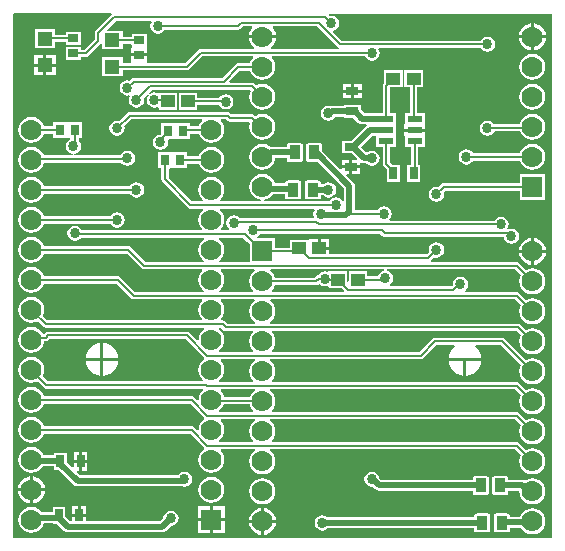
<source format=gtl>
G04*
G04 #@! TF.GenerationSoftware,Altium Limited,Altium Designer,21.0.8 (223)*
G04*
G04 Layer_Physical_Order=1*
G04 Layer_Color=255*
%FSLAX24Y24*%
%MOIN*%
G70*
G04*
G04 #@! TF.SameCoordinates,BD5FB969-D095-4558-B3B7-B1EEFE242F9F*
G04*
G04*
G04 #@! TF.FilePolarity,Positive*
G04*
G01*
G75*
%ADD14R,0.0374X0.0276*%
%ADD26R,0.0453X0.0413*%
%ADD27R,0.0512X0.0217*%
%ADD28R,0.0256X0.0413*%
%ADD29R,0.0413X0.0256*%
%ADD30R,0.0315X0.0374*%
%ADD31R,0.0335X0.0276*%
%ADD32R,0.0512X0.0453*%
%ADD33C,0.0080*%
%ADD34C,0.0200*%
%ADD35R,0.0374X0.0472*%
%ADD36R,0.0700X0.0700*%
%ADD37C,0.0700*%
%ADD38C,0.0340*%
G36*
X3305Y17541D02*
X3320Y17491D01*
X3313Y17487D01*
X2790Y16963D01*
X2764Y16924D01*
X2755Y16877D01*
Y16678D01*
X2403Y16326D01*
X2297D01*
Y16422D01*
X1803D01*
Y15986D01*
X2297D01*
Y16082D01*
X2454D01*
X2501Y16091D01*
X2540Y16117D01*
X2963Y16540D01*
X2964Y16541D01*
X3014Y16526D01*
Y16337D01*
X3686D01*
Y16516D01*
X3960D01*
X3995Y16481D01*
X3995Y16426D01*
X3975Y16384D01*
X3975Y16379D01*
Y16197D01*
X4510D01*
Y16379D01*
X4510Y16384D01*
X4490Y16426D01*
X4490Y16434D01*
Y16856D01*
X3995D01*
Y16761D01*
X3686D01*
Y16949D01*
X3188D01*
X3169Y16995D01*
X3451Y17278D01*
X4628D01*
X4652Y17234D01*
X4635Y17208D01*
X4615Y17110D01*
X4635Y17012D01*
X4690Y16930D01*
X4772Y16875D01*
X4870Y16855D01*
X4968Y16875D01*
X5050Y16930D01*
X5089Y16988D01*
X7525D01*
X7572Y16997D01*
X7612Y17023D01*
X7686Y17098D01*
X7987D01*
X8011Y17048D01*
X7957Y16977D01*
X7912Y16867D01*
X7903Y16800D01*
X8350D01*
X8797D01*
X8788Y16867D01*
X8743Y16977D01*
X8689Y17048D01*
X8713Y17098D01*
X10169D01*
X10853Y16413D01*
X10885Y16392D01*
X10882Y16356D01*
X10877Y16342D01*
X8640D01*
X8623Y16392D01*
X8671Y16429D01*
X8743Y16523D01*
X8788Y16633D01*
X8797Y16700D01*
X8350D01*
X7903D01*
X7912Y16633D01*
X7957Y16523D01*
X8029Y16429D01*
X8077Y16392D01*
X8060Y16342D01*
X6287D01*
X6240Y16333D01*
X6200Y16307D01*
X5773Y15879D01*
X4547D01*
X4510Y15909D01*
X4510Y15929D01*
Y16097D01*
X3975D01*
Y15929D01*
X3975Y15909D01*
X3937Y15879D01*
X3686D01*
Y16063D01*
X3014D01*
Y15451D01*
X3686D01*
Y15635D01*
X5824D01*
X5871Y15644D01*
X5910Y15671D01*
X6337Y16098D01*
X8022D01*
X8036Y16048D01*
X7974Y15967D01*
X7935Y15872D01*
X7550D01*
X7503Y15863D01*
X7463Y15837D01*
X7009Y15382D01*
X4060D01*
X4013Y15373D01*
X3973Y15347D01*
X3918Y15291D01*
X3850Y15305D01*
X3752Y15286D01*
X3670Y15230D01*
X3614Y15148D01*
X3595Y15050D01*
X3614Y14952D01*
X3670Y14870D01*
X3752Y14814D01*
X3850Y14795D01*
X3892Y14803D01*
X3922Y14758D01*
X3914Y14748D01*
X3895Y14650D01*
X3914Y14552D01*
X3970Y14470D01*
X4052Y14414D01*
X4150Y14395D01*
X4248Y14414D01*
X4330Y14470D01*
X4385Y14552D01*
X4405Y14650D01*
X4391Y14718D01*
X4522Y14849D01*
X4561Y14818D01*
X4552Y14803D01*
X4514Y14748D01*
X4495Y14650D01*
X4514Y14552D01*
X4570Y14470D01*
X4652Y14414D01*
X4750Y14395D01*
X4844Y14414D01*
X4855Y14413D01*
X4894Y14392D01*
Y14313D01*
X5506D01*
Y14887D01*
X4894D01*
X4894Y14887D01*
X4844Y14886D01*
X4750Y14905D01*
X4652Y14885D01*
X4597Y14849D01*
X4582Y14839D01*
X4551Y14878D01*
X4651Y14978D01*
X7926D01*
X7960Y14932D01*
X7931Y14862D01*
X7916Y14750D01*
X7931Y14638D01*
X7974Y14533D01*
X8043Y14443D01*
X8133Y14374D01*
X8238Y14331D01*
X8350Y14316D01*
X8462Y14331D01*
X8567Y14374D01*
X8657Y14443D01*
X8726Y14533D01*
X8769Y14638D01*
X8784Y14750D01*
X8769Y14862D01*
X8726Y14967D01*
X8657Y15057D01*
X8567Y15126D01*
X8462Y15169D01*
X8350Y15184D01*
X8238Y15169D01*
X8143Y15130D01*
X8087Y15187D01*
X8047Y15213D01*
X8000Y15222D01*
X7261D01*
X7242Y15269D01*
X7601Y15628D01*
X7935D01*
X7974Y15533D01*
X8043Y15443D01*
X8133Y15374D01*
X8238Y15331D01*
X8350Y15316D01*
X8462Y15331D01*
X8567Y15374D01*
X8657Y15443D01*
X8726Y15533D01*
X8769Y15638D01*
X8784Y15750D01*
X8769Y15862D01*
X8726Y15967D01*
X8664Y16048D01*
X8678Y16098D01*
X11768D01*
X11820Y16020D01*
X11902Y15964D01*
X12000Y15945D01*
X12098Y15964D01*
X12180Y16020D01*
X12235Y16102D01*
X12255Y16200D01*
X12235Y16298D01*
X12211Y16334D01*
X12235Y16378D01*
X15631D01*
X15670Y16320D01*
X15752Y16264D01*
X15850Y16245D01*
X15948Y16264D01*
X16030Y16320D01*
X16085Y16402D01*
X16105Y16500D01*
X16085Y16598D01*
X16030Y16680D01*
X15948Y16736D01*
X15850Y16755D01*
X15752Y16736D01*
X15670Y16680D01*
X15631Y16622D01*
X10991D01*
X10702Y16911D01*
X10717Y16958D01*
X10748Y16964D01*
X10830Y17020D01*
X10885Y17102D01*
X10905Y17200D01*
X10885Y17298D01*
X10830Y17380D01*
X10748Y17435D01*
X10650Y17455D01*
X10590Y17443D01*
X10559Y17477D01*
X10577Y17521D01*
X18000Y17500D01*
Y100D01*
X18004Y96D01*
X17985Y50D01*
X50D01*
Y17515D01*
X85Y17550D01*
X3305Y17541D01*
D02*
G37*
%LPC*%
G36*
X17400Y17197D02*
Y16800D01*
X17797D01*
X17788Y16867D01*
X17743Y16977D01*
X17671Y17071D01*
X17577Y17143D01*
X17467Y17188D01*
X17400Y17197D01*
D02*
G37*
G36*
X17300D02*
X17233Y17188D01*
X17123Y17143D01*
X17029Y17071D01*
X16957Y16977D01*
X16912Y16867D01*
X16903Y16800D01*
X17300D01*
Y17197D01*
D02*
G37*
G36*
X1436Y16999D02*
X764D01*
Y16387D01*
X1436D01*
Y16574D01*
X1803D01*
Y16478D01*
X2297D01*
Y16914D01*
X1803D01*
Y16818D01*
X1436D01*
Y16999D01*
D02*
G37*
G36*
X17797Y16700D02*
X17400D01*
Y16303D01*
X17467Y16312D01*
X17577Y16357D01*
X17671Y16429D01*
X17743Y16523D01*
X17788Y16633D01*
X17797Y16700D01*
D02*
G37*
G36*
X17300D02*
X16903D01*
X16912Y16633D01*
X16957Y16523D01*
X17029Y16429D01*
X17123Y16357D01*
X17233Y16312D01*
X17300Y16303D01*
Y16700D01*
D02*
G37*
G36*
X1456Y16133D02*
X1150D01*
Y15857D01*
X1456D01*
Y16133D01*
D02*
G37*
G36*
X1050D02*
X744D01*
Y15857D01*
X1050D01*
Y16133D01*
D02*
G37*
G36*
X1456Y15757D02*
X1150D01*
Y15481D01*
X1456D01*
Y15757D01*
D02*
G37*
G36*
X1050D02*
X744D01*
Y15481D01*
X1050D01*
Y15757D01*
D02*
G37*
G36*
X17350Y16184D02*
X17238Y16169D01*
X17133Y16126D01*
X17043Y16057D01*
X16974Y15967D01*
X16931Y15862D01*
X16916Y15750D01*
X16931Y15638D01*
X16974Y15533D01*
X17043Y15443D01*
X17133Y15374D01*
X17238Y15331D01*
X17350Y15316D01*
X17462Y15331D01*
X17567Y15374D01*
X17657Y15443D01*
X17726Y15533D01*
X17769Y15638D01*
X17784Y15750D01*
X17769Y15862D01*
X17726Y15967D01*
X17657Y16057D01*
X17567Y16126D01*
X17462Y16169D01*
X17350Y16184D01*
D02*
G37*
G36*
X11657Y15163D02*
X11400D01*
Y14985D01*
X11657D01*
Y15163D01*
D02*
G37*
G36*
X11300D02*
X11043D01*
Y14985D01*
X11300D01*
Y15163D01*
D02*
G37*
G36*
X11657Y14885D02*
X11400D01*
Y14707D01*
X11657D01*
Y14885D01*
D02*
G37*
G36*
X11300D02*
X11043D01*
Y14707D01*
X11300D01*
Y14885D01*
D02*
G37*
G36*
X6176Y14887D02*
X5563D01*
Y14313D01*
X6176D01*
Y14478D01*
X6894D01*
X6940Y14410D01*
X7022Y14354D01*
X7120Y14335D01*
X7218Y14354D01*
X7300Y14410D01*
X7355Y14492D01*
X7375Y14590D01*
X7355Y14688D01*
X7300Y14770D01*
X7218Y14826D01*
X7120Y14845D01*
X7022Y14826D01*
X6940Y14770D01*
X6908Y14722D01*
X6176D01*
Y14887D01*
D02*
G37*
G36*
X17350Y15184D02*
X17238Y15169D01*
X17133Y15126D01*
X17043Y15057D01*
X16974Y14967D01*
X16931Y14862D01*
X16916Y14750D01*
X16931Y14638D01*
X16974Y14533D01*
X17043Y14443D01*
X17133Y14374D01*
X17238Y14331D01*
X17350Y14316D01*
X17462Y14331D01*
X17567Y14374D01*
X17657Y14443D01*
X17726Y14533D01*
X17769Y14638D01*
X17784Y14750D01*
X17769Y14862D01*
X17726Y14967D01*
X17657Y15057D01*
X17567Y15126D01*
X17462Y15169D01*
X17350Y15184D01*
D02*
G37*
G36*
X13022Y15637D02*
X12409D01*
Y15217D01*
X12392Y15200D01*
X12366Y15160D01*
X12356Y15113D01*
Y14205D01*
X12143D01*
Y14200D01*
X11753D01*
X11637Y14317D01*
Y14473D01*
X11063D01*
Y14449D01*
X10653D01*
X10617Y14442D01*
X10550Y14455D01*
X10452Y14435D01*
X10370Y14380D01*
X10315Y14298D01*
X10295Y14200D01*
X10315Y14102D01*
X10370Y14020D01*
X10452Y13965D01*
X10550Y13945D01*
X10648Y13965D01*
X10730Y14020D01*
X10772Y14082D01*
X11063D01*
Y14057D01*
X11377D01*
X11548Y13887D01*
X11607Y13847D01*
X11677Y13833D01*
X11808D01*
X11823Y13783D01*
X11807Y13772D01*
X11327Y13293D01*
X11013D01*
Y12877D01*
X11327D01*
X11514Y12689D01*
X11495Y12643D01*
X11350D01*
Y12465D01*
X11607D01*
Y12537D01*
X11657Y12564D01*
X11666Y12557D01*
X11737Y12543D01*
X11804D01*
X11820Y12520D01*
X11902Y12464D01*
X12000Y12445D01*
X12098Y12464D01*
X12180Y12520D01*
X12235Y12602D01*
X12255Y12700D01*
X12235Y12798D01*
X12180Y12880D01*
X12098Y12936D01*
X12000Y12955D01*
X11902Y12936D01*
X11865Y12910D01*
X11813D01*
X11638Y13085D01*
X12013Y13459D01*
X12143D01*
Y13080D01*
X12356D01*
Y12515D01*
X12366Y12468D01*
X12392Y12429D01*
X12507Y12314D01*
Y11913D01*
X12923D01*
Y12487D01*
X12680D01*
X12601Y12566D01*
Y13080D01*
X12815D01*
Y13454D01*
Y13828D01*
Y14205D01*
X12601D01*
Y15063D01*
X12602Y15063D01*
X13022D01*
Y15637D01*
D02*
G37*
G36*
X17350Y14184D02*
X17238Y14169D01*
X17133Y14126D01*
X17043Y14057D01*
X16974Y13967D01*
X16931Y13862D01*
X16929Y13847D01*
X16052D01*
X16030Y13880D01*
X15948Y13936D01*
X15850Y13955D01*
X15752Y13936D01*
X15670Y13880D01*
X15615Y13798D01*
X15595Y13700D01*
X15615Y13602D01*
X15670Y13520D01*
X15752Y13464D01*
X15850Y13445D01*
X15948Y13464D01*
X16030Y13520D01*
X16085Y13602D01*
X16086Y13603D01*
X16946D01*
X16974Y13533D01*
X17043Y13443D01*
X17133Y13374D01*
X17238Y13331D01*
X17350Y13316D01*
X17462Y13331D01*
X17567Y13374D01*
X17657Y13443D01*
X17726Y13533D01*
X17769Y13638D01*
X17784Y13750D01*
X17769Y13862D01*
X17726Y13967D01*
X17657Y14057D01*
X17567Y14126D01*
X17462Y14169D01*
X17350Y14184D01*
D02*
G37*
G36*
X13691Y15637D02*
X13078D01*
Y15063D01*
X13262D01*
Y14205D01*
X13088D01*
Y13851D01*
X13068D01*
Y13693D01*
X13424D01*
X13780D01*
Y13851D01*
X13760D01*
Y14205D01*
X13507D01*
Y15063D01*
X13691D01*
Y15637D01*
D02*
G37*
G36*
X7185Y14242D02*
X3920D01*
X3873Y14233D01*
X3833Y14207D01*
X3568Y13941D01*
X3500Y13955D01*
X3402Y13936D01*
X3320Y13880D01*
X3264Y13798D01*
X3245Y13700D01*
X3264Y13602D01*
X3320Y13520D01*
X3402Y13464D01*
X3500Y13445D01*
X3598Y13464D01*
X3680Y13520D01*
X3735Y13602D01*
X3755Y13700D01*
X3741Y13768D01*
X3971Y13998D01*
X6322D01*
X6336Y13948D01*
X6274Y13867D01*
X6235Y13772D01*
X5934D01*
Y13867D01*
X5491D01*
X5459Y13867D01*
X5409Y13867D01*
X4966D01*
Y13506D01*
X4948Y13488D01*
X4852Y13469D01*
X4770Y13413D01*
X4714Y13331D01*
X4695Y13233D01*
X4714Y13135D01*
X4770Y13053D01*
X4852Y12998D01*
X4950Y12978D01*
X5047Y12998D01*
X5130Y13053D01*
X5185Y13135D01*
X5205Y13233D01*
X5195Y13283D01*
X5236Y13333D01*
X5409D01*
X5441Y13333D01*
X5491Y13333D01*
X5934D01*
Y13528D01*
X6235D01*
X6274Y13433D01*
X6343Y13343D01*
X6433Y13274D01*
X6538Y13231D01*
X6650Y13216D01*
X6762Y13231D01*
X6867Y13274D01*
X6957Y13343D01*
X7026Y13433D01*
X7069Y13538D01*
X7084Y13650D01*
X7069Y13762D01*
X7026Y13867D01*
X6964Y13948D01*
X6978Y13998D01*
X7135D01*
X7169Y13963D01*
X7208Y13937D01*
X7255Y13928D01*
X7904D01*
X7938Y13879D01*
X7931Y13862D01*
X7916Y13750D01*
X7931Y13638D01*
X7974Y13533D01*
X8043Y13443D01*
X8133Y13374D01*
X8238Y13331D01*
X8350Y13316D01*
X8462Y13331D01*
X8567Y13374D01*
X8657Y13443D01*
X8726Y13533D01*
X8769Y13638D01*
X8784Y13750D01*
X8769Y13862D01*
X8726Y13967D01*
X8657Y14057D01*
X8567Y14126D01*
X8462Y14169D01*
X8350Y14184D01*
X8238Y14169D01*
X8133Y14126D01*
X8105Y14104D01*
X8072Y14137D01*
X8032Y14163D01*
X7985Y14172D01*
X7306D01*
X7272Y14207D01*
X7232Y14233D01*
X7185Y14242D01*
D02*
G37*
G36*
X9612Y13218D02*
X9238D01*
X9207Y13212D01*
X9181Y13194D01*
X9163Y13167D01*
X9157Y13136D01*
Y13084D01*
X8635D01*
X8624Y13081D01*
X8567Y13126D01*
X8462Y13169D01*
X8350Y13184D01*
X8238Y13169D01*
X8133Y13126D01*
X8043Y13057D01*
X7974Y12967D01*
X7931Y12862D01*
X7916Y12750D01*
X7931Y12638D01*
X7974Y12533D01*
X8043Y12443D01*
X8133Y12374D01*
X8238Y12331D01*
X8350Y12316D01*
X8462Y12331D01*
X8567Y12374D01*
X8657Y12443D01*
X8726Y12533D01*
X8769Y12638D01*
X8779Y12716D01*
X9157D01*
Y12664D01*
X9163Y12633D01*
X9181Y12606D01*
X9207Y12588D01*
X9238Y12582D01*
X9612D01*
X9643Y12588D01*
X9670Y12606D01*
X9688Y12633D01*
X9694Y12664D01*
Y13136D01*
X9688Y13167D01*
X9670Y13194D01*
X9643Y13212D01*
X9612Y13218D01*
D02*
G37*
G36*
X17350Y13184D02*
X17238Y13169D01*
X17133Y13126D01*
X17043Y13057D01*
X16974Y12967D01*
X16935Y12872D01*
X15369D01*
X15330Y12930D01*
X15248Y12986D01*
X15150Y13005D01*
X15052Y12986D01*
X14970Y12930D01*
X14914Y12848D01*
X14895Y12750D01*
X14914Y12652D01*
X14970Y12570D01*
X15052Y12514D01*
X15150Y12495D01*
X15248Y12514D01*
X15330Y12570D01*
X15369Y12628D01*
X16935D01*
X16974Y12533D01*
X17043Y12443D01*
X17133Y12374D01*
X17238Y12331D01*
X17350Y12316D01*
X17462Y12331D01*
X17567Y12374D01*
X17657Y12443D01*
X17726Y12533D01*
X17769Y12638D01*
X17784Y12750D01*
X17769Y12862D01*
X17726Y12967D01*
X17657Y13057D01*
X17567Y13126D01*
X17462Y13169D01*
X17350Y13184D01*
D02*
G37*
G36*
X650Y14084D02*
X538Y14069D01*
X433Y14026D01*
X343Y13957D01*
X274Y13867D01*
X231Y13762D01*
X216Y13650D01*
X231Y13538D01*
X274Y13433D01*
X343Y13343D01*
X433Y13274D01*
X538Y13231D01*
X650Y13216D01*
X762Y13231D01*
X867Y13274D01*
X957Y13343D01*
X1026Y13433D01*
X1065Y13528D01*
X1366D01*
Y13383D01*
X1809D01*
X1841Y13383D01*
X1918Y13383D01*
X1949Y13337D01*
X1949Y13333D01*
X1870Y13280D01*
X1815Y13198D01*
X1795Y13100D01*
X1815Y13002D01*
X1870Y12920D01*
X1952Y12865D01*
X2014Y12852D01*
X2039Y12847D01*
X2034Y12797D01*
X1054D01*
X1026Y12867D01*
X957Y12957D01*
X867Y13026D01*
X762Y13069D01*
X650Y13084D01*
X538Y13069D01*
X433Y13026D01*
X343Y12957D01*
X274Y12867D01*
X231Y12762D01*
X216Y12650D01*
X231Y12538D01*
X274Y12433D01*
X343Y12343D01*
X433Y12274D01*
X538Y12231D01*
X650Y12216D01*
X762Y12231D01*
X867Y12274D01*
X957Y12343D01*
X1026Y12433D01*
X1069Y12538D01*
X1071Y12553D01*
X3648D01*
X3670Y12520D01*
X3752Y12464D01*
X3850Y12445D01*
X3948Y12464D01*
X4030Y12520D01*
X4085Y12602D01*
X4105Y12700D01*
X4085Y12798D01*
X4030Y12880D01*
X3948Y12936D01*
X3850Y12955D01*
X3752Y12936D01*
X3670Y12880D01*
X3614Y12798D01*
X3614Y12797D01*
X2066D01*
X2061Y12847D01*
X2086Y12852D01*
X2148Y12865D01*
X2230Y12920D01*
X2285Y13002D01*
X2305Y13100D01*
X2285Y13198D01*
X2230Y13280D01*
X2218Y13288D01*
Y13383D01*
X2334D01*
Y13917D01*
X1891D01*
X1859Y13917D01*
X1809Y13917D01*
X1366D01*
Y13772D01*
X1065D01*
X1026Y13867D01*
X957Y13957D01*
X867Y14026D01*
X762Y14069D01*
X650Y14084D01*
D02*
G37*
G36*
X11250Y12643D02*
X10993D01*
Y12465D01*
X11250D01*
Y12643D01*
D02*
G37*
G36*
X10262Y13218D02*
X9888D01*
X9857Y13212D01*
X9830Y13194D01*
X9812Y13167D01*
X9806Y13136D01*
Y12664D01*
X9812Y12633D01*
X9830Y12606D01*
X9857Y12588D01*
X9888Y12582D01*
X10182D01*
X11066Y11698D01*
Y11291D01*
X11016Y11276D01*
X10980Y11330D01*
X10898Y11386D01*
X10800Y11405D01*
X10702Y11386D01*
X10620Y11330D01*
X10581Y11272D01*
X8399D01*
X8396Y11322D01*
X8462Y11331D01*
X8567Y11374D01*
X8657Y11443D01*
X8703Y11504D01*
X9107D01*
Y11414D01*
X9113Y11383D01*
X9131Y11356D01*
X9157Y11338D01*
X9188Y11332D01*
X9562D01*
X9593Y11338D01*
X9620Y11356D01*
X9638Y11383D01*
X9644Y11414D01*
Y11886D01*
X9638Y11917D01*
X9620Y11944D01*
X9593Y11962D01*
X9562Y11968D01*
X9188D01*
X9157Y11962D01*
X9131Y11944D01*
X9113Y11917D01*
X9107Y11886D01*
Y11871D01*
X8765D01*
X8726Y11967D01*
X8657Y12057D01*
X8567Y12126D01*
X8462Y12169D01*
X8350Y12184D01*
X8238Y12169D01*
X8133Y12126D01*
X8043Y12057D01*
X7974Y11967D01*
X7931Y11862D01*
X7916Y11750D01*
X7931Y11638D01*
X7974Y11533D01*
X8043Y11443D01*
X8133Y11374D01*
X8238Y11331D01*
X8304Y11322D01*
X8301Y11272D01*
X6946D01*
X6929Y11322D01*
X6957Y11343D01*
X7026Y11433D01*
X7069Y11538D01*
X7084Y11650D01*
X7069Y11762D01*
X7026Y11867D01*
X6957Y11957D01*
X6867Y12026D01*
X6762Y12069D01*
X6650Y12084D01*
X6538Y12069D01*
X6433Y12026D01*
X6343Y11957D01*
X6274Y11867D01*
X6231Y11762D01*
X6216Y11650D01*
X6231Y11538D01*
X6274Y11433D01*
X6343Y11343D01*
X6371Y11322D01*
X6354Y11272D01*
X6001D01*
X5223Y12050D01*
Y12339D01*
X5258Y12375D01*
X5338Y12375D01*
X5388Y12375D01*
X5830D01*
Y12528D01*
X6235D01*
X6274Y12433D01*
X6343Y12343D01*
X6433Y12274D01*
X6538Y12231D01*
X6650Y12216D01*
X6762Y12231D01*
X6867Y12274D01*
X6957Y12343D01*
X7026Y12433D01*
X7069Y12538D01*
X7084Y12650D01*
X7069Y12762D01*
X7026Y12867D01*
X6957Y12957D01*
X6867Y13026D01*
X6762Y13069D01*
X6650Y13084D01*
X6538Y13069D01*
X6433Y13026D01*
X6343Y12957D01*
X6274Y12867D01*
X6235Y12772D01*
X5830D01*
Y12909D01*
X5388D01*
X5355Y12909D01*
X5305Y12909D01*
X4863D01*
Y12375D01*
X4978D01*
Y11999D01*
X4988Y11952D01*
X5014Y11913D01*
X5863Y11063D01*
X5903Y11037D01*
X5950Y11028D01*
X6354D01*
X6371Y10978D01*
X6343Y10957D01*
X6274Y10867D01*
X6231Y10762D01*
X6216Y10650D01*
X6231Y10538D01*
X6274Y10433D01*
X6336Y10352D01*
X6322Y10302D01*
X2332D01*
X2280Y10380D01*
X2198Y10436D01*
X2100Y10455D01*
X2002Y10436D01*
X1920Y10380D01*
X1865Y10298D01*
X1845Y10200D01*
X1865Y10102D01*
X1920Y10020D01*
X2002Y9965D01*
X2100Y9945D01*
X2198Y9965D01*
X2280Y10020D01*
X2306Y10058D01*
X6393D01*
X6410Y10008D01*
X6343Y9957D01*
X6274Y9867D01*
X6231Y9762D01*
X6216Y9650D01*
X6231Y9538D01*
X6274Y9433D01*
X6343Y9343D01*
X6410Y9292D01*
X6393Y9242D01*
X4465D01*
X3970Y9737D01*
X3931Y9763D01*
X3884Y9772D01*
X1065D01*
X1026Y9867D01*
X957Y9957D01*
X867Y10026D01*
X762Y10069D01*
X650Y10084D01*
X538Y10069D01*
X433Y10026D01*
X343Y9957D01*
X274Y9867D01*
X231Y9762D01*
X216Y9650D01*
X231Y9538D01*
X274Y9433D01*
X343Y9343D01*
X433Y9274D01*
X538Y9231D01*
X650Y9216D01*
X762Y9231D01*
X867Y9274D01*
X957Y9343D01*
X1026Y9433D01*
X1065Y9528D01*
X3833D01*
X4327Y9033D01*
X4367Y9007D01*
X4414Y8998D01*
X6322D01*
X6336Y8948D01*
X6274Y8867D01*
X6231Y8762D01*
X6216Y8650D01*
X6231Y8538D01*
X6274Y8433D01*
X6343Y8343D01*
X6410Y8292D01*
X6393Y8242D01*
X4105D01*
X3610Y8737D01*
X3571Y8763D01*
X3524Y8772D01*
X1065D01*
X1026Y8867D01*
X957Y8957D01*
X867Y9026D01*
X762Y9069D01*
X650Y9084D01*
X538Y9069D01*
X433Y9026D01*
X343Y8957D01*
X274Y8867D01*
X231Y8762D01*
X216Y8650D01*
X231Y8538D01*
X274Y8433D01*
X343Y8343D01*
X433Y8274D01*
X538Y8231D01*
X650Y8216D01*
X762Y8231D01*
X867Y8274D01*
X957Y8343D01*
X1026Y8433D01*
X1065Y8528D01*
X3473D01*
X3967Y8033D01*
X4007Y8007D01*
X4054Y7998D01*
X6322D01*
X6336Y7948D01*
X6274Y7867D01*
X6231Y7762D01*
X6216Y7650D01*
X6231Y7538D01*
X6274Y7433D01*
X6336Y7352D01*
X6322Y7302D01*
X1171D01*
X1030Y7443D01*
X1069Y7538D01*
X1084Y7650D01*
X1069Y7762D01*
X1026Y7867D01*
X957Y7957D01*
X867Y8026D01*
X762Y8069D01*
X650Y8084D01*
X538Y8069D01*
X433Y8026D01*
X343Y7957D01*
X274Y7867D01*
X231Y7762D01*
X216Y7650D01*
X231Y7538D01*
X274Y7433D01*
X343Y7343D01*
X433Y7274D01*
X538Y7231D01*
X650Y7216D01*
X762Y7231D01*
X857Y7270D01*
X1033Y7093D01*
X1073Y7067D01*
X1120Y7058D01*
X6393D01*
X6410Y7008D01*
X6343Y6957D01*
X6274Y6867D01*
X6231Y6762D01*
X6218Y6661D01*
X6172Y6636D01*
X5922Y6887D01*
X5882Y6913D01*
X5835Y6922D01*
X1200D01*
X1153Y6913D01*
X1113Y6887D01*
X1082Y6855D01*
X1028Y6862D01*
X1026Y6867D01*
X957Y6957D01*
X867Y7026D01*
X762Y7069D01*
X650Y7084D01*
X538Y7069D01*
X433Y7026D01*
X343Y6957D01*
X274Y6867D01*
X231Y6762D01*
X216Y6650D01*
X231Y6538D01*
X274Y6433D01*
X343Y6343D01*
X433Y6274D01*
X538Y6231D01*
X650Y6216D01*
X762Y6231D01*
X867Y6274D01*
X957Y6343D01*
X1026Y6433D01*
X1069Y6538D01*
X1077Y6598D01*
X1120D01*
X1167Y6607D01*
X1207Y6633D01*
X1251Y6678D01*
X5785D01*
X6399Y6063D01*
X6398Y6001D01*
X6396Y5997D01*
X6343Y5957D01*
X6274Y5867D01*
X6231Y5762D01*
X6216Y5650D01*
X6231Y5538D01*
X6274Y5433D01*
X6343Y5343D01*
X6371Y5322D01*
X6354Y5272D01*
X1201D01*
X1030Y5443D01*
X1069Y5538D01*
X1084Y5650D01*
X1069Y5762D01*
X1026Y5867D01*
X957Y5957D01*
X867Y6026D01*
X762Y6069D01*
X650Y6084D01*
X538Y6069D01*
X433Y6026D01*
X343Y5957D01*
X274Y5867D01*
X231Y5762D01*
X216Y5650D01*
X231Y5538D01*
X274Y5433D01*
X343Y5343D01*
X433Y5274D01*
X538Y5231D01*
X650Y5216D01*
X762Y5231D01*
X857Y5270D01*
X1063Y5063D01*
X1103Y5037D01*
X1150Y5028D01*
X6354D01*
X6371Y4978D01*
X6343Y4957D01*
X6274Y4867D01*
X6231Y4762D01*
X6218Y4661D01*
X6172Y4636D01*
X6072Y4737D01*
X6032Y4763D01*
X5985Y4772D01*
X1065D01*
X1026Y4867D01*
X957Y4957D01*
X867Y5026D01*
X762Y5069D01*
X650Y5084D01*
X538Y5069D01*
X433Y5026D01*
X343Y4957D01*
X274Y4867D01*
X231Y4762D01*
X216Y4650D01*
X231Y4538D01*
X274Y4433D01*
X343Y4343D01*
X433Y4274D01*
X538Y4231D01*
X650Y4216D01*
X762Y4231D01*
X867Y4274D01*
X957Y4343D01*
X1026Y4433D01*
X1065Y4528D01*
X5935D01*
X6399Y4063D01*
X6398Y4001D01*
X6396Y3997D01*
X6343Y3957D01*
X6274Y3867D01*
X6231Y3762D01*
X6218Y3661D01*
X6172Y3636D01*
X6072Y3737D01*
X6032Y3763D01*
X5985Y3772D01*
X1065D01*
X1026Y3867D01*
X957Y3957D01*
X867Y4026D01*
X762Y4069D01*
X650Y4084D01*
X538Y4069D01*
X433Y4026D01*
X343Y3957D01*
X274Y3867D01*
X231Y3762D01*
X216Y3650D01*
X231Y3538D01*
X274Y3433D01*
X343Y3343D01*
X433Y3274D01*
X538Y3231D01*
X650Y3216D01*
X762Y3231D01*
X867Y3274D01*
X957Y3343D01*
X1026Y3433D01*
X1065Y3528D01*
X5935D01*
X6399Y3063D01*
X6398Y3001D01*
X6396Y2997D01*
X6343Y2957D01*
X6274Y2867D01*
X6231Y2762D01*
X6216Y2650D01*
X6231Y2538D01*
X6274Y2433D01*
X6343Y2343D01*
X6433Y2274D01*
X6538Y2231D01*
X6650Y2216D01*
X6762Y2231D01*
X6867Y2274D01*
X6957Y2343D01*
X7026Y2433D01*
X7069Y2538D01*
X7084Y2650D01*
X7069Y2762D01*
X7026Y2867D01*
X6960Y2953D01*
X6966Y2983D01*
X6972Y3003D01*
X8086D01*
X8103Y2953D01*
X8043Y2907D01*
X7974Y2817D01*
X7931Y2712D01*
X7916Y2600D01*
X7931Y2488D01*
X7974Y2383D01*
X8043Y2293D01*
X8133Y2224D01*
X8238Y2181D01*
X8350Y2166D01*
X8462Y2181D01*
X8567Y2224D01*
X8657Y2293D01*
X8726Y2383D01*
X8769Y2488D01*
X8784Y2600D01*
X8769Y2712D01*
X8726Y2817D01*
X8657Y2907D01*
X8597Y2953D01*
X8614Y3003D01*
X16774D01*
X16970Y2807D01*
X16931Y2712D01*
X16916Y2600D01*
X16931Y2488D01*
X16974Y2383D01*
X17043Y2293D01*
X17133Y2224D01*
X17238Y2181D01*
X17350Y2166D01*
X17462Y2181D01*
X17567Y2224D01*
X17657Y2293D01*
X17726Y2383D01*
X17769Y2488D01*
X17784Y2600D01*
X17769Y2712D01*
X17726Y2817D01*
X17657Y2907D01*
X17567Y2976D01*
X17462Y3019D01*
X17350Y3034D01*
X17238Y3019D01*
X17143Y2980D01*
X16912Y3212D01*
X16872Y3238D01*
X16825Y3247D01*
X8672D01*
X8666Y3267D01*
X8660Y3297D01*
X8726Y3383D01*
X8769Y3488D01*
X8784Y3600D01*
X8769Y3712D01*
X8726Y3817D01*
X8657Y3907D01*
X8597Y3953D01*
X8614Y4003D01*
X16774D01*
X16970Y3807D01*
X16931Y3712D01*
X16916Y3600D01*
X16931Y3488D01*
X16974Y3383D01*
X17043Y3293D01*
X17133Y3224D01*
X17238Y3181D01*
X17350Y3166D01*
X17462Y3181D01*
X17567Y3224D01*
X17657Y3293D01*
X17726Y3383D01*
X17769Y3488D01*
X17784Y3600D01*
X17769Y3712D01*
X17726Y3817D01*
X17657Y3907D01*
X17567Y3976D01*
X17462Y4019D01*
X17350Y4034D01*
X17238Y4019D01*
X17143Y3980D01*
X16912Y4212D01*
X16872Y4238D01*
X16825Y4247D01*
X8672D01*
X8666Y4267D01*
X8660Y4297D01*
X8726Y4383D01*
X8769Y4488D01*
X8784Y4600D01*
X8769Y4712D01*
X8726Y4817D01*
X8657Y4907D01*
X8597Y4953D01*
X8614Y5003D01*
X16774D01*
X16970Y4807D01*
X16931Y4712D01*
X16916Y4600D01*
X16931Y4488D01*
X16974Y4383D01*
X17043Y4293D01*
X17133Y4224D01*
X17238Y4181D01*
X17350Y4166D01*
X17462Y4181D01*
X17567Y4224D01*
X17657Y4293D01*
X17726Y4383D01*
X17769Y4488D01*
X17784Y4600D01*
X17769Y4712D01*
X17726Y4817D01*
X17657Y4907D01*
X17567Y4976D01*
X17462Y5019D01*
X17350Y5034D01*
X17238Y5019D01*
X17143Y4980D01*
X16912Y5212D01*
X16872Y5238D01*
X16825Y5247D01*
X8672D01*
X8666Y5267D01*
X8660Y5297D01*
X8726Y5383D01*
X8769Y5488D01*
X8784Y5600D01*
X8769Y5712D01*
X8726Y5817D01*
X8657Y5907D01*
X8597Y5953D01*
X8614Y6003D01*
X13625D01*
X13672Y6012D01*
X13712Y6038D01*
X14151Y6478D01*
X14741D01*
X14757Y6430D01*
X14708Y6392D01*
X14620Y6277D01*
X14564Y6144D01*
X14552Y6050D01*
X15648D01*
X15636Y6144D01*
X15580Y6277D01*
X15492Y6392D01*
X15443Y6430D01*
X15459Y6478D01*
X16299D01*
X16970Y5807D01*
X16931Y5712D01*
X16916Y5600D01*
X16931Y5488D01*
X16974Y5383D01*
X17043Y5293D01*
X17133Y5224D01*
X17238Y5181D01*
X17350Y5166D01*
X17462Y5181D01*
X17567Y5224D01*
X17657Y5293D01*
X17726Y5383D01*
X17769Y5488D01*
X17784Y5600D01*
X17769Y5712D01*
X17726Y5817D01*
X17657Y5907D01*
X17567Y5976D01*
X17462Y6019D01*
X17350Y6034D01*
X17238Y6019D01*
X17143Y5980D01*
X16437Y6687D01*
X16397Y6713D01*
X16350Y6722D01*
X14100D01*
X14053Y6713D01*
X14013Y6687D01*
X13574Y6247D01*
X8672D01*
X8666Y6267D01*
X8660Y6297D01*
X8726Y6383D01*
X8769Y6488D01*
X8784Y6600D01*
X8769Y6712D01*
X8726Y6817D01*
X8664Y6898D01*
X8678Y6948D01*
X16829D01*
X16970Y6807D01*
X16931Y6712D01*
X16916Y6600D01*
X16931Y6488D01*
X16974Y6383D01*
X17043Y6293D01*
X17133Y6224D01*
X17238Y6181D01*
X17350Y6166D01*
X17462Y6181D01*
X17567Y6224D01*
X17657Y6293D01*
X17726Y6383D01*
X17769Y6488D01*
X17784Y6600D01*
X17769Y6712D01*
X17726Y6817D01*
X17657Y6907D01*
X17567Y6976D01*
X17462Y7019D01*
X17350Y7034D01*
X17238Y7019D01*
X17143Y6980D01*
X16967Y7157D01*
X16927Y7183D01*
X16880Y7192D01*
X8607D01*
X8590Y7242D01*
X8657Y7293D01*
X8726Y7383D01*
X8769Y7488D01*
X8784Y7600D01*
X8769Y7712D01*
X8726Y7817D01*
X8657Y7907D01*
X8603Y7948D01*
X8620Y7998D01*
X16779D01*
X16970Y7807D01*
X16931Y7712D01*
X16916Y7600D01*
X16931Y7488D01*
X16974Y7383D01*
X17043Y7293D01*
X17133Y7224D01*
X17238Y7181D01*
X17350Y7166D01*
X17462Y7181D01*
X17567Y7224D01*
X17657Y7293D01*
X17726Y7383D01*
X17769Y7488D01*
X17784Y7600D01*
X17769Y7712D01*
X17726Y7817D01*
X17657Y7907D01*
X17567Y7976D01*
X17462Y8019D01*
X17350Y8034D01*
X17238Y8019D01*
X17143Y7980D01*
X16917Y8207D01*
X16877Y8233D01*
X16830Y8242D01*
X15104D01*
X15089Y8292D01*
X15130Y8320D01*
X15186Y8402D01*
X15205Y8500D01*
X15186Y8598D01*
X15130Y8680D01*
X15048Y8735D01*
X14950Y8755D01*
X14852Y8735D01*
X14770Y8680D01*
X14714Y8598D01*
X14695Y8500D01*
X14699Y8479D01*
X14666Y8446D01*
X12609D01*
X12594Y8496D01*
X12630Y8520D01*
X12686Y8602D01*
X12705Y8700D01*
X12686Y8798D01*
X12630Y8880D01*
X12548Y8935D01*
X12486Y8948D01*
X12491Y8998D01*
X16779D01*
X16970Y8807D01*
X16931Y8712D01*
X16916Y8600D01*
X16931Y8488D01*
X16974Y8383D01*
X17043Y8293D01*
X17133Y8224D01*
X17238Y8181D01*
X17350Y8166D01*
X17462Y8181D01*
X17567Y8224D01*
X17657Y8293D01*
X17726Y8383D01*
X17769Y8488D01*
X17784Y8600D01*
X17769Y8712D01*
X17726Y8817D01*
X17657Y8907D01*
X17567Y8976D01*
X17462Y9019D01*
X17350Y9034D01*
X17238Y9019D01*
X17143Y8980D01*
X16917Y9207D01*
X16877Y9233D01*
X16830Y9242D01*
X13983D01*
X13969Y9269D01*
X13965Y9292D01*
X14082Y9409D01*
X14150Y9395D01*
X14248Y9415D01*
X14330Y9470D01*
X14385Y9552D01*
X14405Y9650D01*
X14385Y9748D01*
X14330Y9830D01*
X14248Y9885D01*
X14150Y9905D01*
X14052Y9885D01*
X13970Y9830D01*
X13915Y9748D01*
X13895Y9650D01*
X13909Y9582D01*
X13823Y9496D01*
X10561D01*
Y9650D01*
X10235D01*
Y9700D01*
X10185D01*
Y10007D01*
X9908D01*
Y10007D01*
X9867Y9987D01*
X9259D01*
Y9722D01*
X8780D01*
Y10030D01*
X8186D01*
X8171Y10080D01*
X8230Y10120D01*
X8269Y10178D01*
X12284D01*
X12349Y10113D01*
X12388Y10087D01*
X12435Y10078D01*
X16400D01*
X16415Y10002D01*
X16470Y9920D01*
X16552Y9865D01*
X16650Y9845D01*
X16748Y9865D01*
X16830Y9920D01*
X16885Y10002D01*
X16905Y10100D01*
X16885Y10198D01*
X16830Y10280D01*
X16748Y10335D01*
X16650Y10355D01*
X16552Y10335D01*
X16550Y10334D01*
X16514Y10370D01*
X16536Y10402D01*
X16555Y10500D01*
X16536Y10598D01*
X16480Y10680D01*
X16398Y10735D01*
X16300Y10755D01*
X16202Y10735D01*
X16120Y10680D01*
X16081Y10622D01*
X12595D01*
X12588Y10646D01*
X12582Y10672D01*
X12636Y10752D01*
X12655Y10850D01*
X12636Y10948D01*
X12580Y11030D01*
X12498Y11085D01*
X12400Y11105D01*
X12302Y11085D01*
X12220Y11030D01*
X12181Y10972D01*
X11434D01*
Y11774D01*
X11420Y11844D01*
X11380Y11904D01*
X11142Y12141D01*
X11161Y12187D01*
X11250D01*
Y12365D01*
X10993D01*
Y12356D01*
X10947Y12336D01*
X10343Y12940D01*
Y13136D01*
X10337Y13167D01*
X10319Y13194D01*
X10293Y13212D01*
X10262Y13218D01*
D02*
G37*
G36*
X11607Y12365D02*
X11350D01*
Y12187D01*
X11607D01*
Y12365D01*
D02*
G37*
G36*
X13780Y13593D02*
X13424D01*
X13068D01*
Y13434D01*
X13088D01*
Y13080D01*
X13301D01*
Y12487D01*
X13177D01*
Y11913D01*
X13593D01*
Y12487D01*
X13546D01*
Y13080D01*
X13760D01*
Y13434D01*
X13780D01*
Y13593D01*
D02*
G37*
G36*
X17780Y12180D02*
X16920D01*
Y11872D01*
X14400D01*
X14353Y11863D01*
X14313Y11837D01*
X14218Y11741D01*
X14150Y11755D01*
X14052Y11736D01*
X13970Y11680D01*
X13915Y11598D01*
X13895Y11500D01*
X13915Y11402D01*
X13970Y11320D01*
X14052Y11264D01*
X14150Y11245D01*
X14248Y11264D01*
X14330Y11320D01*
X14385Y11402D01*
X14405Y11500D01*
X14391Y11568D01*
X14451Y11628D01*
X16920D01*
Y11320D01*
X17780D01*
Y12180D01*
D02*
G37*
G36*
X10212Y11968D02*
X9838D01*
X9807Y11962D01*
X9780Y11944D01*
X9762Y11917D01*
X9756Y11886D01*
Y11414D01*
X9762Y11383D01*
X9780Y11356D01*
X9807Y11338D01*
X9838Y11332D01*
X10212D01*
X10243Y11338D01*
X10269Y11356D01*
X10287Y11383D01*
X10293Y11414D01*
Y11466D01*
X10375D01*
X10452Y11415D01*
X10550Y11395D01*
X10648Y11415D01*
X10730Y11470D01*
X10785Y11552D01*
X10805Y11650D01*
X10785Y11748D01*
X10730Y11830D01*
X10648Y11885D01*
X10550Y11905D01*
X10452Y11885D01*
X10375Y11834D01*
X10293D01*
Y11886D01*
X10287Y11917D01*
X10269Y11944D01*
X10243Y11962D01*
X10212Y11968D01*
D02*
G37*
G36*
X650Y12084D02*
X538Y12069D01*
X433Y12026D01*
X343Y11957D01*
X274Y11867D01*
X231Y11762D01*
X216Y11650D01*
X231Y11538D01*
X274Y11433D01*
X343Y11343D01*
X433Y11274D01*
X538Y11231D01*
X650Y11216D01*
X762Y11231D01*
X867Y11274D01*
X957Y11343D01*
X1026Y11433D01*
X1065Y11528D01*
X3931D01*
X3970Y11470D01*
X4052Y11415D01*
X4150Y11395D01*
X4248Y11415D01*
X4330Y11470D01*
X4385Y11552D01*
X4405Y11650D01*
X4385Y11748D01*
X4330Y11830D01*
X4248Y11885D01*
X4150Y11905D01*
X4052Y11885D01*
X3970Y11830D01*
X3931Y11772D01*
X1065D01*
X1026Y11867D01*
X957Y11957D01*
X867Y12026D01*
X762Y12069D01*
X650Y12084D01*
D02*
G37*
G36*
Y11084D02*
X538Y11069D01*
X433Y11026D01*
X343Y10957D01*
X274Y10867D01*
X231Y10762D01*
X216Y10650D01*
X231Y10538D01*
X274Y10433D01*
X343Y10343D01*
X433Y10274D01*
X538Y10231D01*
X650Y10216D01*
X762Y10231D01*
X867Y10274D01*
X957Y10343D01*
X1026Y10433D01*
X1065Y10528D01*
X3281D01*
X3320Y10470D01*
X3402Y10415D01*
X3500Y10395D01*
X3598Y10415D01*
X3680Y10470D01*
X3735Y10552D01*
X3755Y10650D01*
X3735Y10748D01*
X3680Y10830D01*
X3598Y10885D01*
X3500Y10905D01*
X3402Y10885D01*
X3320Y10830D01*
X3281Y10772D01*
X1065D01*
X1026Y10867D01*
X957Y10957D01*
X867Y11026D01*
X762Y11069D01*
X650Y11084D01*
D02*
G37*
G36*
X10561Y10007D02*
X10285D01*
Y9750D01*
X10561D01*
Y10007D01*
D02*
G37*
G36*
X17400Y10047D02*
Y9650D01*
X17797D01*
X17788Y9717D01*
X17743Y9827D01*
X17671Y9921D01*
X17577Y9993D01*
X17467Y10038D01*
X17400Y10047D01*
D02*
G37*
G36*
X17300D02*
X17233Y10038D01*
X17123Y9993D01*
X17029Y9921D01*
X16957Y9827D01*
X16912Y9717D01*
X16903Y9650D01*
X17300D01*
Y10047D01*
D02*
G37*
G36*
X17797Y9550D02*
X17400D01*
Y9153D01*
X17467Y9162D01*
X17577Y9207D01*
X17671Y9279D01*
X17743Y9373D01*
X17788Y9483D01*
X17797Y9550D01*
D02*
G37*
G36*
X17300D02*
X16903D01*
X16912Y9483D01*
X16957Y9373D01*
X17029Y9279D01*
X17123Y9207D01*
X17233Y9162D01*
X17300Y9153D01*
Y9550D01*
D02*
G37*
G36*
X3050Y6548D02*
Y6050D01*
X3548D01*
X3536Y6144D01*
X3480Y6277D01*
X3392Y6392D01*
X3277Y6480D01*
X3144Y6536D01*
X3050Y6548D01*
D02*
G37*
G36*
X2950D02*
X2856Y6536D01*
X2723Y6480D01*
X2608Y6392D01*
X2520Y6277D01*
X2464Y6144D01*
X2452Y6050D01*
X2950D01*
Y6548D01*
D02*
G37*
G36*
X15648Y5950D02*
X15150D01*
Y5452D01*
X15244Y5464D01*
X15377Y5520D01*
X15492Y5608D01*
X15580Y5723D01*
X15636Y5856D01*
X15648Y5950D01*
D02*
G37*
G36*
X15050D02*
X14552D01*
X14564Y5856D01*
X14620Y5723D01*
X14708Y5608D01*
X14823Y5520D01*
X14956Y5464D01*
X15050Y5452D01*
Y5950D01*
D02*
G37*
G36*
X3548D02*
X3050D01*
Y5452D01*
X3144Y5464D01*
X3277Y5520D01*
X3392Y5608D01*
X3480Y5723D01*
X3536Y5856D01*
X3548Y5950D01*
D02*
G37*
G36*
X2950D02*
X2452D01*
X2464Y5856D01*
X2520Y5723D01*
X2608Y5608D01*
X2723Y5520D01*
X2856Y5464D01*
X2950Y5452D01*
Y5950D01*
D02*
G37*
G36*
X2513Y2907D02*
X2335D01*
Y2650D01*
X2513D01*
Y2907D01*
D02*
G37*
G36*
X2235D02*
X2057D01*
Y2650D01*
X2235D01*
Y2907D01*
D02*
G37*
G36*
X2513Y2550D02*
X2335D01*
Y2293D01*
X2513D01*
Y2550D01*
D02*
G37*
G36*
X650Y3084D02*
X538Y3069D01*
X433Y3026D01*
X343Y2957D01*
X274Y2867D01*
X231Y2762D01*
X216Y2650D01*
X231Y2538D01*
X274Y2433D01*
X343Y2343D01*
X433Y2274D01*
X538Y2231D01*
X650Y2216D01*
X762Y2231D01*
X867Y2274D01*
X957Y2343D01*
X1026Y2433D01*
X1029Y2441D01*
X1407D01*
Y2313D01*
X1564D01*
X2057Y1820D01*
X2116Y1780D01*
X2187Y1766D01*
X5650D01*
X5652Y1765D01*
X5750Y1745D01*
X5848Y1765D01*
X5930Y1820D01*
X5985Y1902D01*
X6005Y2000D01*
X5985Y2098D01*
X5930Y2180D01*
X5848Y2235D01*
X5750Y2255D01*
X5652Y2235D01*
X5570Y2180D01*
X5539Y2134D01*
X2263D01*
X2149Y2247D01*
X2168Y2293D01*
X2235D01*
Y2550D01*
X2057D01*
Y2405D01*
X2010Y2386D01*
X1823Y2573D01*
Y2887D01*
X1407D01*
Y2809D01*
X1050D01*
X1026Y2867D01*
X957Y2957D01*
X867Y3026D01*
X762Y3069D01*
X650Y3084D01*
D02*
G37*
G36*
X700Y2097D02*
Y1700D01*
X1097D01*
X1088Y1767D01*
X1043Y1877D01*
X971Y1971D01*
X877Y2043D01*
X767Y2088D01*
X700Y2097D01*
D02*
G37*
G36*
X600D02*
X533Y2088D01*
X423Y2043D01*
X329Y1971D01*
X257Y1877D01*
X212Y1767D01*
X203Y1700D01*
X600D01*
Y2097D01*
D02*
G37*
G36*
X12000Y2255D02*
X11902Y2235D01*
X11820Y2180D01*
X11765Y2098D01*
X11745Y2000D01*
X11765Y1902D01*
X11820Y1820D01*
X11902Y1765D01*
X12000Y1745D01*
X12028Y1751D01*
X12108Y1670D01*
X12168Y1630D01*
X12238Y1616D01*
X15357D01*
Y1564D01*
X15363Y1533D01*
X15381Y1506D01*
X15407Y1488D01*
X15438Y1482D01*
X15812D01*
X15843Y1488D01*
X15870Y1506D01*
X15888Y1533D01*
X15894Y1564D01*
Y2036D01*
X15888Y2067D01*
X15870Y2094D01*
X15843Y2112D01*
X15812Y2118D01*
X15438D01*
X15407Y2112D01*
X15381Y2094D01*
X15363Y2067D01*
X15357Y2036D01*
Y1984D01*
X12314D01*
X12244Y2053D01*
X12235Y2098D01*
X12180Y2180D01*
X12098Y2235D01*
X12000Y2255D01*
D02*
G37*
G36*
X6650Y2084D02*
X6538Y2069D01*
X6433Y2026D01*
X6343Y1957D01*
X6274Y1867D01*
X6231Y1762D01*
X6216Y1650D01*
X6231Y1538D01*
X6274Y1433D01*
X6343Y1343D01*
X6433Y1274D01*
X6538Y1231D01*
X6650Y1216D01*
X6762Y1231D01*
X6867Y1274D01*
X6957Y1343D01*
X7026Y1433D01*
X7069Y1538D01*
X7084Y1650D01*
X7069Y1762D01*
X7026Y1867D01*
X6957Y1957D01*
X6867Y2026D01*
X6762Y2069D01*
X6650Y2084D01*
D02*
G37*
G36*
X1097Y1600D02*
X700D01*
Y1203D01*
X767Y1212D01*
X877Y1257D01*
X971Y1329D01*
X1043Y1423D01*
X1088Y1533D01*
X1097Y1600D01*
D02*
G37*
G36*
X600D02*
X203D01*
X212Y1533D01*
X257Y1423D01*
X329Y1329D01*
X423Y1257D01*
X533Y1212D01*
X600Y1203D01*
Y1600D01*
D02*
G37*
G36*
X16462Y2118D02*
X16088D01*
X16057Y2112D01*
X16030Y2094D01*
X16012Y2067D01*
X16006Y2036D01*
Y1564D01*
X16012Y1533D01*
X16030Y1506D01*
X16057Y1488D01*
X16088Y1482D01*
X16462D01*
X16493Y1488D01*
X16519Y1506D01*
X16537Y1533D01*
X16543Y1564D01*
Y1616D01*
X16902D01*
X16916Y1600D01*
X16931Y1488D01*
X16974Y1383D01*
X17043Y1293D01*
X17133Y1224D01*
X17238Y1181D01*
X17350Y1166D01*
X17462Y1181D01*
X17567Y1224D01*
X17657Y1293D01*
X17726Y1383D01*
X17769Y1488D01*
X17784Y1600D01*
X17769Y1712D01*
X17726Y1817D01*
X17657Y1907D01*
X17567Y1976D01*
X17462Y2019D01*
X17350Y2034D01*
X17238Y2019D01*
X17133Y1976D01*
X17106Y1955D01*
X17085Y1970D01*
X17015Y1984D01*
X16543D01*
Y2036D01*
X16537Y2067D01*
X16519Y2094D01*
X16493Y2112D01*
X16462Y2118D01*
D02*
G37*
G36*
X8350Y2034D02*
X8238Y2019D01*
X8133Y1976D01*
X8043Y1907D01*
X7974Y1817D01*
X7931Y1712D01*
X7916Y1600D01*
X7931Y1488D01*
X7974Y1383D01*
X8043Y1293D01*
X8133Y1224D01*
X8238Y1181D01*
X8350Y1166D01*
X8462Y1181D01*
X8567Y1224D01*
X8657Y1293D01*
X8726Y1383D01*
X8769Y1488D01*
X8784Y1600D01*
X8769Y1712D01*
X8726Y1817D01*
X8657Y1907D01*
X8567Y1976D01*
X8462Y2019D01*
X8350Y2034D01*
D02*
G37*
G36*
X1773Y1087D02*
X1357D01*
Y909D01*
X994D01*
X957Y957D01*
X867Y1026D01*
X762Y1069D01*
X650Y1084D01*
X538Y1069D01*
X433Y1026D01*
X343Y957D01*
X274Y867D01*
X231Y762D01*
X216Y650D01*
X231Y538D01*
X274Y433D01*
X343Y343D01*
X433Y274D01*
X538Y231D01*
X650Y216D01*
X762Y231D01*
X867Y274D01*
X957Y343D01*
X1026Y433D01*
X1069Y538D01*
X1069Y541D01*
X1357D01*
Y513D01*
X1514D01*
X1744Y284D01*
X1803Y244D01*
X1873Y230D01*
X5013D01*
X5084Y244D01*
X5143Y284D01*
X5306Y446D01*
X5398Y465D01*
X5480Y520D01*
X5535Y602D01*
X5555Y700D01*
X5535Y798D01*
X5480Y880D01*
X5398Y935D01*
X5300Y955D01*
X5202Y935D01*
X5120Y880D01*
X5064Y798D01*
X5046Y706D01*
X4937Y597D01*
X2463D01*
Y750D01*
X2235D01*
X2007D01*
Y597D01*
X1949D01*
X1773Y773D01*
Y1087D01*
D02*
G37*
G36*
X2463Y1107D02*
X2285D01*
Y850D01*
X2463D01*
Y1107D01*
D02*
G37*
G36*
X2185D02*
X2007D01*
Y850D01*
X2185D01*
Y1107D01*
D02*
G37*
G36*
X17350Y1034D02*
X17238Y1019D01*
X17133Y976D01*
X17043Y907D01*
X16974Y817D01*
X16950Y759D01*
X16593D01*
Y786D01*
X16587Y817D01*
X16569Y844D01*
X16543Y862D01*
X16512Y868D01*
X16138D01*
X16107Y862D01*
X16080Y844D01*
X16062Y817D01*
X16056Y786D01*
Y314D01*
X16062Y283D01*
X16080Y256D01*
X16107Y238D01*
X16138Y232D01*
X16512D01*
X16543Y238D01*
X16569Y256D01*
X16587Y283D01*
X16593Y314D01*
Y391D01*
X16971D01*
X16974Y383D01*
X17043Y293D01*
X17133Y224D01*
X17238Y181D01*
X17350Y166D01*
X17462Y181D01*
X17567Y224D01*
X17657Y293D01*
X17726Y383D01*
X17769Y488D01*
X17784Y600D01*
X17769Y712D01*
X17726Y817D01*
X17657Y907D01*
X17567Y976D01*
X17462Y1019D01*
X17350Y1034D01*
D02*
G37*
G36*
X15862Y868D02*
X15488D01*
X15457Y862D01*
X15431Y844D01*
X15413Y817D01*
X15407Y786D01*
Y734D01*
X10525D01*
X10448Y785D01*
X10350Y805D01*
X10252Y785D01*
X10170Y730D01*
X10115Y648D01*
X10095Y550D01*
X10115Y452D01*
X10170Y370D01*
X10252Y315D01*
X10350Y295D01*
X10448Y315D01*
X10525Y366D01*
X15407D01*
Y314D01*
X15413Y283D01*
X15431Y256D01*
X15457Y238D01*
X15488Y232D01*
X15862D01*
X15893Y238D01*
X15920Y256D01*
X15938Y283D01*
X15944Y314D01*
Y786D01*
X15938Y817D01*
X15920Y844D01*
X15893Y862D01*
X15862Y868D01*
D02*
G37*
G36*
X7100Y1100D02*
X6700D01*
Y700D01*
X7100D01*
Y1100D01*
D02*
G37*
G36*
X6600D02*
X6200D01*
Y700D01*
X6600D01*
Y1100D01*
D02*
G37*
G36*
X8400Y1047D02*
Y650D01*
X8797D01*
X8788Y717D01*
X8743Y827D01*
X8671Y921D01*
X8577Y993D01*
X8467Y1038D01*
X8400Y1047D01*
D02*
G37*
G36*
X8300D02*
X8233Y1038D01*
X8123Y993D01*
X8029Y921D01*
X7957Y827D01*
X7912Y717D01*
X7903Y650D01*
X8300D01*
Y1047D01*
D02*
G37*
G36*
X7100Y600D02*
X6700D01*
Y200D01*
X7100D01*
Y600D01*
D02*
G37*
G36*
X6600D02*
X6200D01*
Y200D01*
X6600D01*
Y600D01*
D02*
G37*
G36*
X8797Y550D02*
X8400D01*
Y153D01*
X8467Y162D01*
X8577Y207D01*
X8671Y279D01*
X8743Y373D01*
X8788Y483D01*
X8797Y550D01*
D02*
G37*
G36*
X8300D02*
X7903D01*
X7912Y483D01*
X7957Y373D01*
X8029Y279D01*
X8123Y207D01*
X8233Y162D01*
X8300Y153D01*
Y550D01*
D02*
G37*
%LPD*%
G36*
X10091Y10978D02*
X10065Y10938D01*
X10045Y10840D01*
X10061Y10762D01*
X10029Y10712D01*
X7592D01*
X7580Y10730D01*
X7498Y10785D01*
X7400Y10805D01*
X7302Y10785D01*
X7220Y10730D01*
X7165Y10648D01*
X7145Y10550D01*
X7165Y10452D01*
X7220Y10370D01*
X7246Y10352D01*
X7231Y10302D01*
X6978D01*
X6964Y10352D01*
X7026Y10433D01*
X7069Y10538D01*
X7084Y10650D01*
X7069Y10762D01*
X7026Y10867D01*
X6957Y10957D01*
X6929Y10978D01*
X6946Y11028D01*
X10065D01*
X10091Y10978D01*
D02*
G37*
G36*
X7843Y9923D02*
X7874Y9903D01*
X7920Y9857D01*
Y9242D01*
X6907D01*
X6890Y9292D01*
X6957Y9343D01*
X7026Y9433D01*
X7069Y9538D01*
X7084Y9650D01*
X7069Y9762D01*
X7026Y9867D01*
X6957Y9957D01*
X6890Y10008D01*
X6907Y10058D01*
X7709D01*
X7843Y9923D01*
D02*
G37*
G36*
X12414Y8948D02*
X12352Y8935D01*
X12270Y8880D01*
X12214Y8798D01*
X12209Y8772D01*
X11841D01*
Y8937D01*
X11228D01*
Y8598D01*
X11178Y8571D01*
X11172Y8576D01*
Y8937D01*
X10559D01*
X10559Y8937D01*
X10509Y8927D01*
X10431Y8942D01*
X10334Y8923D01*
X10251Y8868D01*
X10210Y8806D01*
X10181Y8801D01*
X10141Y8774D01*
X10089Y8722D01*
X8765D01*
X8726Y8817D01*
X8657Y8907D01*
X8603Y8948D01*
X8620Y8998D01*
X12409D01*
X12414Y8948D01*
D02*
G37*
G36*
X10334Y8452D02*
X10431Y8433D01*
X10509Y8448D01*
X10559Y8416D01*
Y8363D01*
X10999D01*
X11073Y8289D01*
X11054Y8242D01*
X8668D01*
X8652Y8290D01*
X8657Y8293D01*
X8726Y8383D01*
X8765Y8478D01*
X10140D01*
X10187Y8487D01*
X10199Y8495D01*
X10251Y8507D01*
X10334Y8452D01*
D02*
G37*
G36*
X8097Y8948D02*
X8043Y8907D01*
X7974Y8817D01*
X7931Y8712D01*
X7916Y8600D01*
X7931Y8488D01*
X7974Y8383D01*
X8043Y8293D01*
X8048Y8290D01*
X8032Y8242D01*
X6907D01*
X6890Y8292D01*
X6957Y8343D01*
X7026Y8433D01*
X7069Y8538D01*
X7084Y8650D01*
X7069Y8762D01*
X7026Y8867D01*
X6964Y8948D01*
X6978Y8998D01*
X8080D01*
X8097Y8948D01*
D02*
G37*
G36*
Y7948D02*
X8043Y7907D01*
X7974Y7817D01*
X7931Y7712D01*
X7916Y7600D01*
X7931Y7488D01*
X7974Y7383D01*
X8043Y7293D01*
X8110Y7242D01*
X8093Y7192D01*
X7181D01*
X7107Y7267D01*
X7067Y7293D01*
X7020Y7302D01*
X6978D01*
X6964Y7352D01*
X7026Y7433D01*
X7069Y7538D01*
X7084Y7650D01*
X7069Y7762D01*
X7026Y7867D01*
X6964Y7948D01*
X6978Y7998D01*
X8080D01*
X8097Y7948D01*
D02*
G37*
G36*
X7043Y6983D02*
X7083Y6957D01*
X7130Y6948D01*
X8022D01*
X8036Y6898D01*
X7974Y6817D01*
X7931Y6712D01*
X7916Y6600D01*
X7931Y6488D01*
X7974Y6383D01*
X8040Y6297D01*
X8034Y6267D01*
X8028Y6247D01*
X6914D01*
X6897Y6297D01*
X6957Y6343D01*
X7026Y6433D01*
X7069Y6538D01*
X7084Y6650D01*
X7069Y6762D01*
X7026Y6867D01*
X6957Y6957D01*
X6890Y7008D01*
X6907Y7058D01*
X6969D01*
X7043Y6983D01*
D02*
G37*
G36*
X8103Y5953D02*
X8043Y5907D01*
X7974Y5817D01*
X7931Y5712D01*
X7916Y5600D01*
X7931Y5488D01*
X7974Y5383D01*
X8040Y5297D01*
X8034Y5267D01*
X8028Y5247D01*
X6914D01*
X6897Y5297D01*
X6957Y5343D01*
X7026Y5433D01*
X7069Y5538D01*
X7084Y5650D01*
X7069Y5762D01*
X7026Y5867D01*
X6960Y5953D01*
X6966Y5983D01*
X6972Y6003D01*
X8086D01*
X8103Y5953D01*
D02*
G37*
G36*
Y4953D02*
X8043Y4907D01*
X7974Y4817D01*
X7946Y4747D01*
X7071D01*
X7069Y4762D01*
X7026Y4867D01*
X6960Y4953D01*
X6966Y4983D01*
X6972Y5003D01*
X8086D01*
X8103Y4953D01*
D02*
G37*
G36*
X7931Y4488D02*
X7974Y4383D01*
X8040Y4297D01*
X8034Y4267D01*
X8028Y4247D01*
X6914D01*
X6897Y4297D01*
X6957Y4343D01*
X7026Y4433D01*
X7054Y4503D01*
X7929D01*
X7931Y4488D01*
D02*
G37*
G36*
X8103Y3953D02*
X8043Y3907D01*
X7974Y3817D01*
X7931Y3712D01*
X7916Y3600D01*
X7931Y3488D01*
X7974Y3383D01*
X8040Y3297D01*
X8034Y3267D01*
X8028Y3247D01*
X6914D01*
X6897Y3297D01*
X6957Y3343D01*
X7026Y3433D01*
X7069Y3538D01*
X7084Y3650D01*
X7069Y3762D01*
X7026Y3867D01*
X6960Y3953D01*
X6966Y3983D01*
X6972Y4003D01*
X8086D01*
X8103Y3953D01*
D02*
G37*
D14*
X9425Y12900D02*
D03*
X10075D02*
D03*
X15625Y1800D02*
D03*
X16275D02*
D03*
X15675Y550D02*
D03*
X16325D02*
D03*
X10025Y11650D02*
D03*
X9375D02*
D03*
D26*
X12715Y15350D02*
D03*
X13385D02*
D03*
X10865Y8650D02*
D03*
X11535D02*
D03*
X10235Y9700D02*
D03*
X9565D02*
D03*
X5869Y14600D02*
D03*
X5200D02*
D03*
D27*
X13424Y14017D02*
D03*
Y13643D02*
D03*
Y13269D02*
D03*
X12479D02*
D03*
Y13643D02*
D03*
Y14017D02*
D03*
D28*
X1615Y2600D02*
D03*
X2285D02*
D03*
X1565Y800D02*
D03*
X2235D02*
D03*
X12715Y12200D02*
D03*
X13385D02*
D03*
D29*
X11300Y13085D02*
D03*
Y12415D02*
D03*
X11350Y14265D02*
D03*
Y14935D02*
D03*
D30*
X5101Y12642D02*
D03*
X5593D02*
D03*
X1604Y13650D02*
D03*
X2096D02*
D03*
X5204Y13600D02*
D03*
X5696D02*
D03*
D31*
X2050Y16696D02*
D03*
Y16204D02*
D03*
X4242Y16639D02*
D03*
Y16147D02*
D03*
D32*
X1100Y15807D02*
D03*
Y16693D02*
D03*
X3350Y15757D02*
D03*
Y16643D02*
D03*
D33*
X5869Y14600D02*
X7110D01*
X7120Y14590D01*
X5000Y13283D02*
Y13366D01*
X10227Y8687D02*
X10481D01*
X10140Y8600D02*
X10227Y8687D01*
X10481D02*
X10519Y8650D01*
X11183Y10850D02*
X12400D01*
X11133Y10800D02*
X11183Y10850D01*
X12400Y8650D02*
X12450Y8700D01*
X11535Y8650D02*
X12400D01*
X650Y5650D02*
X1150Y5150D01*
X6485D02*
X6510Y5125D01*
X1150Y5150D02*
X6485D01*
X6510Y5125D02*
X16825D01*
X17350Y4600D01*
X14100Y6600D02*
X16350D01*
X17350Y5600D01*
X13625Y6125D02*
X14100Y6600D01*
X6510Y6125D02*
X13625D01*
X1200Y6800D02*
X5835D01*
X1120Y6720D02*
X1200Y6800D01*
X650Y6650D02*
X720Y6720D01*
X1120D01*
X5950Y11150D02*
X10800D01*
X10519Y8650D02*
X10865D01*
X9565Y9700D02*
X9585D01*
X9912Y9373D01*
X13873D01*
X14150Y9650D01*
Y11500D02*
X14400Y11750D01*
X17350D01*
X10865Y8650D02*
X10885D01*
X11212Y8323D01*
X14717D01*
X14893Y8500D01*
X14950D01*
X15150Y12750D02*
X17350D01*
X4870Y17110D02*
X7525D01*
X7635Y17220D01*
X10220D01*
X3400Y17400D02*
X10450D01*
X2877Y16877D02*
X3400Y17400D01*
X10450D02*
X10650Y17200D01*
X17275Y13725D02*
X17300Y13700D01*
X10220Y17220D02*
X10940Y16500D01*
X15850D01*
X15875Y13725D02*
X17275D01*
X15850Y13700D02*
X15875Y13725D01*
X17300Y13700D02*
X17350Y13750D01*
X8050Y10300D02*
X12335D01*
X7440Y10590D02*
X10140D01*
X7400Y10550D02*
X7440Y10590D01*
X10140D02*
X10230Y10500D01*
X12435Y10200D02*
X16600D01*
X10230Y10500D02*
X16300D01*
X12335Y10300D02*
X12435Y10200D01*
X4414Y9120D02*
X16830D01*
X17350Y8600D01*
X7930Y10010D02*
X7940D01*
X2120Y10180D02*
X7760D01*
X7940Y10010D02*
X8350Y9600D01*
X7760Y10180D02*
X7930Y10010D01*
X3884Y9650D02*
X4414Y9120D01*
X9465Y9600D02*
X9565Y9700D01*
X8350Y9600D02*
X9465D01*
X8350Y8600D02*
X10140D01*
X5101Y11999D02*
X5950Y11150D01*
X7985Y14050D02*
X8285Y13750D01*
X7255Y14050D02*
X7985D01*
X3500Y13700D02*
X3920Y14120D01*
X7185D01*
X7255Y14050D01*
X8285Y13750D02*
X8350D01*
X5204Y13570D02*
Y13600D01*
X5000Y13366D02*
X5204Y13570D01*
X5101Y11999D02*
Y12642D01*
X5150Y14650D02*
X5200Y14600D01*
X4750Y14650D02*
X5150D01*
X5746Y13650D02*
X6650D01*
X5696Y13600D02*
X5746Y13650D01*
X5593Y12642D02*
X5601Y12650D01*
X6650D01*
X2100Y10200D02*
X2120Y10180D01*
X650Y10650D02*
X3500D01*
X650Y11650D02*
X4150D01*
X650Y12650D02*
X675Y12675D01*
X3825D01*
X3850Y12700D01*
X2050Y13100D02*
X2096Y13146D01*
Y13650D01*
X650D02*
X1604D01*
X11300Y13085D02*
X11379D01*
X11980Y16220D02*
X12000Y16200D01*
X6287Y16220D02*
X11980D01*
X5824Y15757D02*
X6287Y16220D01*
X3350Y15757D02*
X5824D01*
X3350Y16643D02*
X3354Y16639D01*
X4242D01*
X2454Y16204D02*
X2877Y16627D01*
Y16877D01*
X2050Y16204D02*
X2454D01*
X12696Y15350D02*
X12715D01*
X12529Y15183D02*
X12696Y15350D01*
X12529Y15164D02*
Y15183D01*
X12479Y14017D02*
Y15113D01*
X12529Y15164D01*
X1100Y16693D02*
X1103Y16696D01*
X2050D01*
X8350Y12750D02*
X8402Y12802D01*
X9327D02*
X9425Y12900D01*
X8000Y15100D02*
X8350Y14750D01*
X4600Y15100D02*
X8000D01*
X7060Y15260D02*
X7550Y15750D01*
X3850Y15050D02*
X4060Y15260D01*
X7060D01*
X4150Y14650D02*
X4600Y15100D01*
X7550Y15750D02*
X8350D01*
X13424Y12239D02*
Y13269D01*
X13385Y12200D02*
X13424Y12239D01*
X12479Y12515D02*
Y13269D01*
Y12515D02*
X12715Y12279D01*
Y12200D02*
Y12279D01*
X13385Y14056D02*
Y15350D01*
Y14056D02*
X13424Y14017D01*
X6650Y4650D02*
X6675Y4625D01*
X8325D01*
X8350Y4600D01*
X16825Y3125D02*
X17350Y2600D01*
X5985Y3650D02*
X6510Y3125D01*
X650Y3650D02*
X5985D01*
X6510Y3125D02*
X16825D01*
X6510Y4125D02*
X16825D01*
X17350Y3600D01*
X5985Y4650D02*
X6510Y4125D01*
X650Y4650D02*
X5985D01*
X5835Y6800D02*
X6510Y6125D01*
X16880Y7070D02*
X17350Y6600D01*
X7130Y7070D02*
X16880D01*
X7020Y7180D02*
X7130Y7070D01*
X650Y7650D02*
X1120Y7180D01*
X7020D01*
X16830Y8120D02*
X17350Y7600D01*
X4054Y8120D02*
X16830D01*
X3524Y8650D02*
X4054Y8120D01*
X650Y8650D02*
X3524D01*
X650Y9650D02*
X3884D01*
D34*
X11183Y10850D02*
X11250Y10917D01*
X16325Y550D02*
X16350Y575D01*
X17325D01*
X17350Y600D01*
X16275Y1800D02*
X17015D01*
X17215Y1600D01*
X17350D01*
X10350Y550D02*
X15675D01*
X12238Y1800D02*
X15625D01*
X12038Y2000D02*
X12238Y1800D01*
X12000Y2000D02*
X12038D01*
X11379Y13085D02*
X11737Y12727D01*
X11973D01*
X12000Y12700D01*
X11250Y10917D02*
Y11774D01*
X10655Y10800D02*
X11133D01*
X10300Y10840D02*
X10327Y10813D01*
X10642D01*
X10655Y10800D01*
X10075Y12900D02*
X10124D01*
X11250Y11774D01*
X5700Y1950D02*
X5750Y2000D01*
X2187Y1950D02*
X5700D01*
X1615Y2521D02*
Y2600D01*
Y2521D02*
X2187Y1950D01*
X1565Y738D02*
Y800D01*
Y721D02*
Y738D01*
X5013Y413D02*
X5300Y700D01*
X1565Y721D02*
X1873Y413D01*
X5013D01*
X650Y2650D02*
X675Y2625D01*
X1590D01*
X650Y650D02*
X725Y725D01*
X1552D01*
X1565Y738D01*
X8350Y11750D02*
X8412Y11688D01*
X9337D02*
X9375Y11650D01*
X8412Y11688D02*
X9337D01*
X8635Y12900D02*
X9425D01*
X8485Y12750D02*
X8635Y12900D01*
X8350Y12750D02*
X8485D01*
X1590Y2625D02*
X1615Y2600D01*
X11379Y13085D02*
X11937Y13643D01*
X12479D01*
X11677Y14017D02*
X12479D01*
X11350Y14265D02*
X11429D01*
X11677Y14017D01*
X10653Y14265D02*
X11350D01*
X10588Y14200D02*
X10653Y14265D01*
X10550Y14200D02*
X10588D01*
X10025Y11650D02*
X10550D01*
D35*
X10075Y12900D02*
D03*
X9425D02*
D03*
X16275Y1800D02*
D03*
X15625D02*
D03*
X16325Y550D02*
D03*
X15675D02*
D03*
X9375Y11650D02*
D03*
X10025D02*
D03*
D36*
X8350Y9600D02*
D03*
X17350Y11750D02*
D03*
X6650Y650D02*
D03*
D37*
X8350Y8600D02*
D03*
Y7600D02*
D03*
Y6600D02*
D03*
Y5600D02*
D03*
Y4600D02*
D03*
X17350Y9600D02*
D03*
Y8600D02*
D03*
Y7600D02*
D03*
Y6600D02*
D03*
Y5600D02*
D03*
Y4600D02*
D03*
X8350Y3600D02*
D03*
Y2600D02*
D03*
Y1600D02*
D03*
Y600D02*
D03*
X17350Y3600D02*
D03*
Y2600D02*
D03*
Y1600D02*
D03*
Y600D02*
D03*
X8350Y16750D02*
D03*
Y15750D02*
D03*
Y14750D02*
D03*
Y13750D02*
D03*
Y12750D02*
D03*
Y11750D02*
D03*
X17350Y16750D02*
D03*
Y15750D02*
D03*
Y14750D02*
D03*
Y13750D02*
D03*
Y12750D02*
D03*
X650Y13650D02*
D03*
Y12650D02*
D03*
Y11650D02*
D03*
Y10650D02*
D03*
Y9650D02*
D03*
Y8650D02*
D03*
Y7650D02*
D03*
Y6650D02*
D03*
Y5650D02*
D03*
Y4650D02*
D03*
Y3650D02*
D03*
Y2650D02*
D03*
Y1650D02*
D03*
Y650D02*
D03*
X6650Y13650D02*
D03*
Y12650D02*
D03*
Y11650D02*
D03*
Y10650D02*
D03*
Y9650D02*
D03*
Y8650D02*
D03*
Y7650D02*
D03*
Y6650D02*
D03*
Y5650D02*
D03*
Y4650D02*
D03*
Y3650D02*
D03*
Y2650D02*
D03*
Y1650D02*
D03*
D38*
X7120Y14590D02*
D03*
X4950Y13233D02*
D03*
X10431Y8687D02*
D03*
X12400Y10850D02*
D03*
X12450Y8700D02*
D03*
X10800Y11150D02*
D03*
X10350Y550D02*
D03*
X12000Y2000D02*
D03*
X14150Y9650D02*
D03*
Y11500D02*
D03*
X14950Y8500D02*
D03*
X15150Y12750D02*
D03*
X4870Y17110D02*
D03*
X15850Y16500D02*
D03*
Y13700D02*
D03*
X8050Y10300D02*
D03*
X16650Y10100D02*
D03*
X7400Y10550D02*
D03*
X10300Y10840D02*
D03*
X16300Y10500D02*
D03*
X5750Y2000D02*
D03*
X5300Y700D02*
D03*
X4750Y14650D02*
D03*
X2100Y10200D02*
D03*
X2050Y13100D02*
D03*
X12000Y12700D02*
D03*
Y16200D02*
D03*
X10650Y17200D02*
D03*
X10550Y14200D02*
D03*
Y11650D02*
D03*
X3500Y10650D02*
D03*
Y13700D02*
D03*
X4150Y14650D02*
D03*
Y11650D02*
D03*
X3850Y12700D02*
D03*
Y15050D02*
D03*
M02*

</source>
